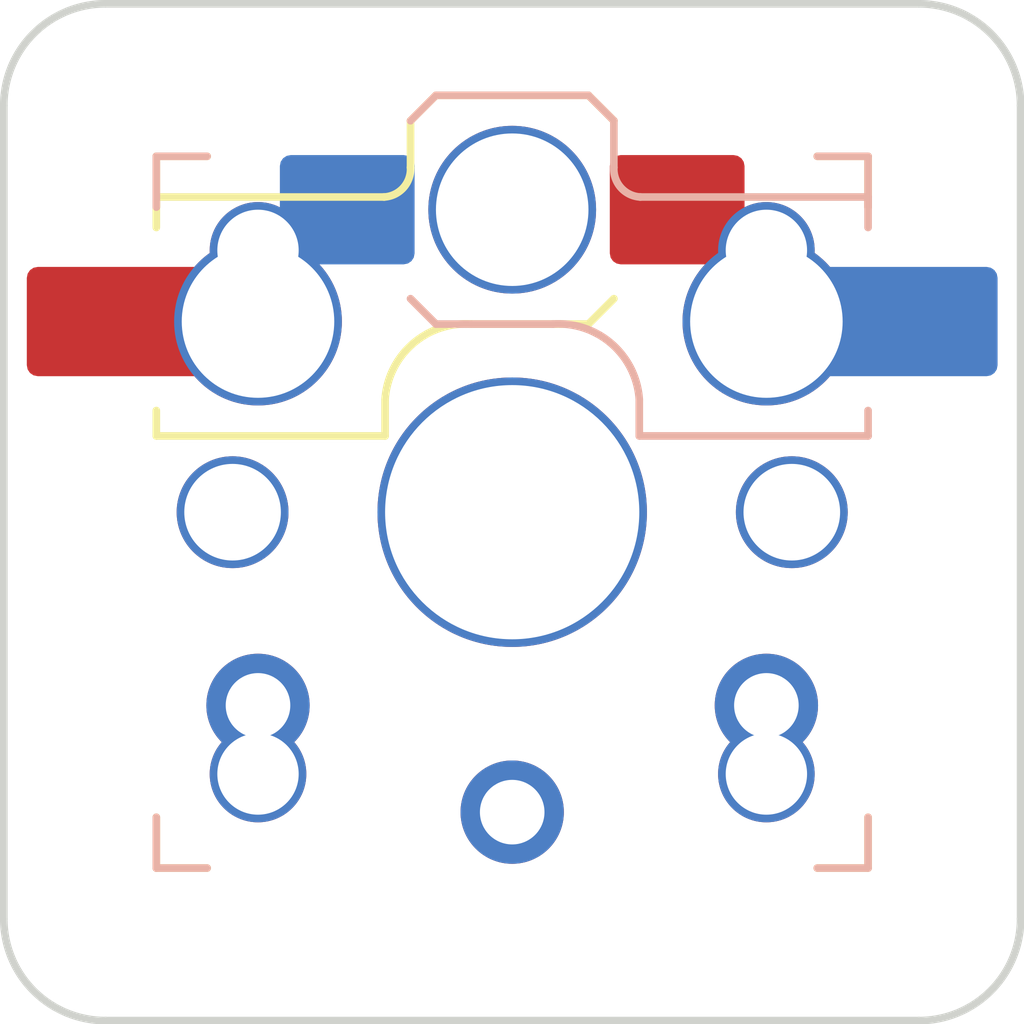
<source format=kicad_pcb>
(kicad_pcb (version 20240108) (generator "ergogen") (generator_version "4.1.0")
  (title_block (title "test") (date "2024-04-21") (rev "0.1") (company "nxtk"))
  (layers (0 "F.Cu" mixed) (31 "B.Cu" mixed) (34 "B.Paste" user) (35 "F.Paste" user) (36 "B.SilkS" user "B.Silkscreen") (37 "F.SilkS" user "F.Silkscreen") (38 "B.Mask" user) (39 "F.Mask" user) (44 "Edge.Cuts" user))
  (net 0 "")
  (net 1 "C3")
  (net 2 "middle_home")
  (net 3 "GND")
  (net 4 "D2")
  (net 5 "D1")
  (footprint "ceoloide:switch_choc_v1_v2" (layer "B.Cu") (at 100 100 0)
    (property "Reference" "S1" hide)
    (pad "" thru_hole circle (at 0 0 0) (size 5.3 5.3) (drill 5) (layers "*.Cu" "*.Mask") (net 3 "GND"))
    (pad "" thru_hole circle (at 5.5 0 0) (size 2.1999999999999997 2.1999999999999997) (drill 1.9) (layers "*.Cu" "*.Mask"))
    (pad "" thru_hole circle (at -5.5 0 0) (size 2.1999999999999997 2.1999999999999997) (drill 1.9) (layers "*.Cu" "*.Mask"))
    (fp_line (start -7 -6) (end -7 -7) (layer "F.SilkS") (stroke (width 0.15)))
    (fp_line (start -7 7) (end -6 7) (layer "F.SilkS") (stroke (width 0.15)))
    (fp_line (start -6 -7) (end -7 -7) (layer "F.SilkS") (stroke (width 0.15)))
    (fp_line (start -7 7) (end -7 6) (layer "F.SilkS") (stroke (width 0.15)))
    (fp_line (start 7 6) (end 7 7) (layer "F.SilkS") (stroke (width 0.15)))
    (fp_line (start 7 -7) (end 6 -7) (layer "F.SilkS") (stroke (width 0.15)))
    (fp_line (start 6 7) (end 7 7) (layer "F.SilkS") (stroke (width 0.15)))
    (fp_line (start 7 -7) (end 7 -6) (layer "F.SilkS") (stroke (width 0.15)))
    (fp_line (start -7 -6) (end -7 -7) (layer "B.SilkS") (stroke (width 0.15)))
    (fp_line (start -7 7) (end -6 7) (layer "B.SilkS") (stroke (width 0.15)))
    (fp_line (start -6 -7) (end -7 -7) (layer "B.SilkS") (stroke (width 0.15)))
    (fp_line (start -7 7) (end -7 6) (layer "B.SilkS") (stroke (width 0.15)))
    (fp_line (start 7 6) (end 7 7) (layer "B.SilkS") (stroke (width 0.15)))
    (fp_line (start 7 -7) (end 6 -7) (layer "B.SilkS") (stroke (width 0.15)))
    (fp_line (start 6 7) (end 7 7) (layer "B.SilkS") (stroke (width 0.15)))
    (fp_line (start 7 -7) (end 7 -6) (layer "B.SilkS") (stroke (width 0.15)))
    (pad "" thru_hole circle (at -5.00 5.15 0) (size 1.9 1.9) (drill 1.6) (layers "*.Cu" "*.Mask") (net 2 "middle_home"))
    (pad "" thru_hole circle (at 5.00 -5.15 0) (size 1.9 1.9) (drill 1.6) (layers "*.Cu" "*.Mask") (net 2 "middle_home"))
    (pad "" thru_hole circle (at 5.00 5.15 0) (size 1.9 1.9) (drill 1.6) (layers "*.Cu" "*.Mask") (net 2 "middle_home"))
    (pad "" thru_hole circle (at -5.00 -5.15 0) (size 1.9 1.9) (drill 1.6) (layers "*.Cu" "*.Mask") (net 1 "C3"))
    (pad "" thru_hole circle (at 0 -5.95 0) (size 3.3 3.3) (drill 3) (layers "*.Cu" "*.Mask"))
    (fp_line (start -7 -5.6) (end -7 -6.2) (layer "F.SilkS") (stroke (width 0.15)))
    (fp_line (start -7 -6.2) (end -2.52 -6.2) (layer "F.SilkS") (stroke (width 0.15)))
    (fp_line (start -2 -6.78) (end -2 -7.7) (layer "F.SilkS") (stroke (width 0.15)))
    (fp_line (start -1.5 -8.2) (end -2 -7.7) (layer "F.SilkS") (stroke (width 0.15)))
    (fp_line (start 1.5 -8.2) (end -1.5 -8.2) (layer "F.SilkS") (stroke (width 0.15)))
    (fp_line (start 2 -7.7) (end 1.5 -8.2) (layer "F.SilkS") (stroke (width 0.15)))
    (fp_arc (start -2 -6.78) (mid -2.139878 -6.382304) (end -2.52 -6.2) (layer "F.SilkS") (stroke (width 0.15)))
    (fp_line (start -7 -1.5) (end -7 -2) (layer "F.SilkS") (stroke (width 0.15)))
    (fp_line (start -2.5 -1.5) (end -7 -1.5) (layer "F.SilkS") (stroke (width 0.15)))
    (fp_line (start -2.5 -2.2) (end -2.5 -1.5) (layer "F.SilkS") (stroke (width 0.15)))
    (fp_line (start 1.5 -3.7) (end -0.8 -3.7) (layer "F.SilkS") (stroke (width 0.15)))
    (fp_line (start 2 -4.2) (end 1.5 -3.7) (layer "F.SilkS") (stroke (width 0.15)))
    (fp_arc (start -2.5 -2.22) (mid -1.956518 -3.312082) (end -0.8 -3.7) (layer "F.SilkS") (stroke (width 0.15)))
    (pad "1" thru_hole circle (at -5 -3.75 195) (size 3.3 3.3) (drill 3) (layers "*.Cu" "*.Mask") (net 1 "C3"))
    (pad "2" smd roundrect (at 3.245 -5.95 0) (size 2.65 2.15) (layers "F.Cu" "F.Paste" "F.Mask") (roundrect_rratio 0.1) (net 2 "middle_home"))
    (pad "1" smd roundrect (at -7.6475 -3.75 0) (size 3.8 2.15) (layers "F.Cu") (roundrect_rratio 0.1) (net 1 "C3"))
    (fp_line (start -1.5 -8.2) (end -2 -7.7) (layer "B.SilkS") (stroke (width 0.15)))
    (fp_line (start 1.5 -8.2) (end -1.5 -8.2) (layer "B.SilkS") (stroke (width 0.15)))
    (fp_line (start 2 -7.7) (end 1.5 -8.2) (layer "B.SilkS") (stroke (width 0.15)))
    (fp_line (start 2 -7.7) (end 2 -6.78) (layer "B.SilkS") (stroke (width 0.15)))
    (fp_line (start 2.52 -6.2) (end 7 -6.2) (layer "B.SilkS") (stroke (width 0.15)))
    (fp_line (start 7 -6.2) (end 7 -5.6) (layer "B.SilkS") (stroke (width 0.15)))
    (fp_arc (start 2.52 -6.2) (mid 2.139878 -6.382304) (end 2 -6.78) (layer "B.SilkS") (stroke (width 0.15)))
    (fp_line (start -1.5 -3.7) (end -2 -4.2) (layer "B.SilkS") (stroke (width 0.15)))
    (fp_line (start 0.8 -3.7) (end -1.5 -3.7) (layer "B.SilkS") (stroke (width 0.15)))
    (fp_line (start 2.5 -1.5) (end 2.5 -2.2) (layer "B.SilkS") (stroke (width 0.15)))
    (fp_line (start 7 -1.5) (end 2.5 -1.5) (layer "B.SilkS") (stroke (width 0.15)))
    (fp_line (start 7 -2) (end 7 -1.5) (layer "B.SilkS") (stroke (width 0.15)))
    (fp_arc (start 0.8 -3.7) (mid 1.956518 -3.312082) (end 2.5 -2.22) (layer "B.SilkS") (stroke (width 0.15)))
    (pad "2" thru_hole circle (at 5 -3.75 195) (size 3.3 3.3) (drill 3) (layers "*.Cu" "*.Mask") (net 2 "middle_home"))
    (pad "1" smd roundrect (at -3.245 -5.95 0) (size 2.65 2.15) (layers "B.Cu" "B.Paste" "B.Mask") (roundrect_rratio 0.1) (net 1 "C3"))
    (pad "2" smd roundrect (at 7.6475 -3.75 0) (size 3.8 2.15) (layers "B.Cu") (roundrect_rratio 0.1) (net 2 "middle_home"))
    (pad "2" thru_hole circle (at 0 5.9 195) (size 2.032 2.032) (drill 1.27) (layers "*.Cu" "*.Mask") (net 1 "C3"))
    (pad "1" thru_hole circle (at 5 3.8 195) (size 2.032 2.032) (drill 1.27) (layers "*.Cu" "*.Mask") (net 2 "middle_home"))
    (pad "1" thru_hole circle (at -5 3.8 195) (size 2.032 2.032) (drill 1.27) (layers "*.Cu" "*.Mask") (net 2 "middle_home"))
  )
  (gr_line (start 92 110) (end 108 110) (layer Edge.Cuts) (stroke (width 0.15)))
  (gr_arc (start 108 110) (mid 109.4142136 109.4142136) (end 110 108) (layer Edge.Cuts) (stroke (width 0.15)))
  (gr_line (start 110 108) (end 110 92) (layer Edge.Cuts) (stroke (width 0.15)))
  (gr_arc (start 110 92) (mid 109.4142136 90.5857864) (end 108 90) (layer Edge.Cuts) (stroke (width 0.15)))
  (gr_line (start 108 90) (end 92 90) (layer Edge.Cuts) (stroke (width 0.15)))
  (gr_arc (start 92 90) (mid 90.5857864 90.5857864) (end 90 92) (layer Edge.Cuts) (stroke (width 0.15)))
  (gr_line (start 90 92) (end 90 108) (layer Edge.Cuts) (stroke (width 0.15)))
  (gr_arc (start 90 108) (mid 90.5857864 109.4142136) (end 92 110) (layer Edge.Cuts) (stroke (width 0.15)))
)
</source>
